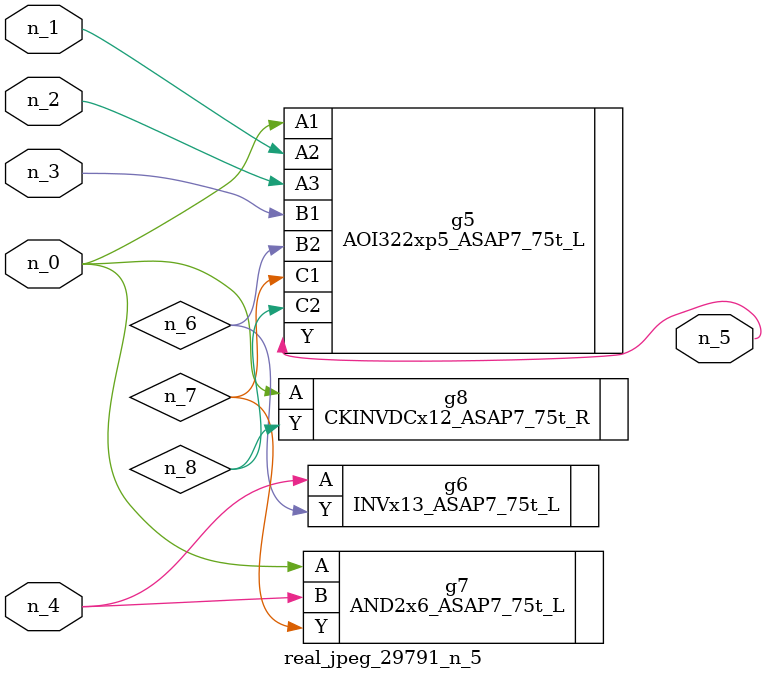
<source format=v>
module real_jpeg_29791_n_5 (n_4, n_0, n_1, n_2, n_3, n_5);

input n_4;
input n_0;
input n_1;
input n_2;
input n_3;

output n_5;

wire n_8;
wire n_6;
wire n_7;

AOI322xp5_ASAP7_75t_L g5 ( 
.A1(n_0),
.A2(n_1),
.A3(n_2),
.B1(n_3),
.B2(n_6),
.C1(n_7),
.C2(n_8),
.Y(n_5)
);

AND2x6_ASAP7_75t_L g7 ( 
.A(n_0),
.B(n_4),
.Y(n_7)
);

CKINVDCx12_ASAP7_75t_R g8 ( 
.A(n_0),
.Y(n_8)
);

INVx13_ASAP7_75t_L g6 ( 
.A(n_4),
.Y(n_6)
);


endmodule
</source>
